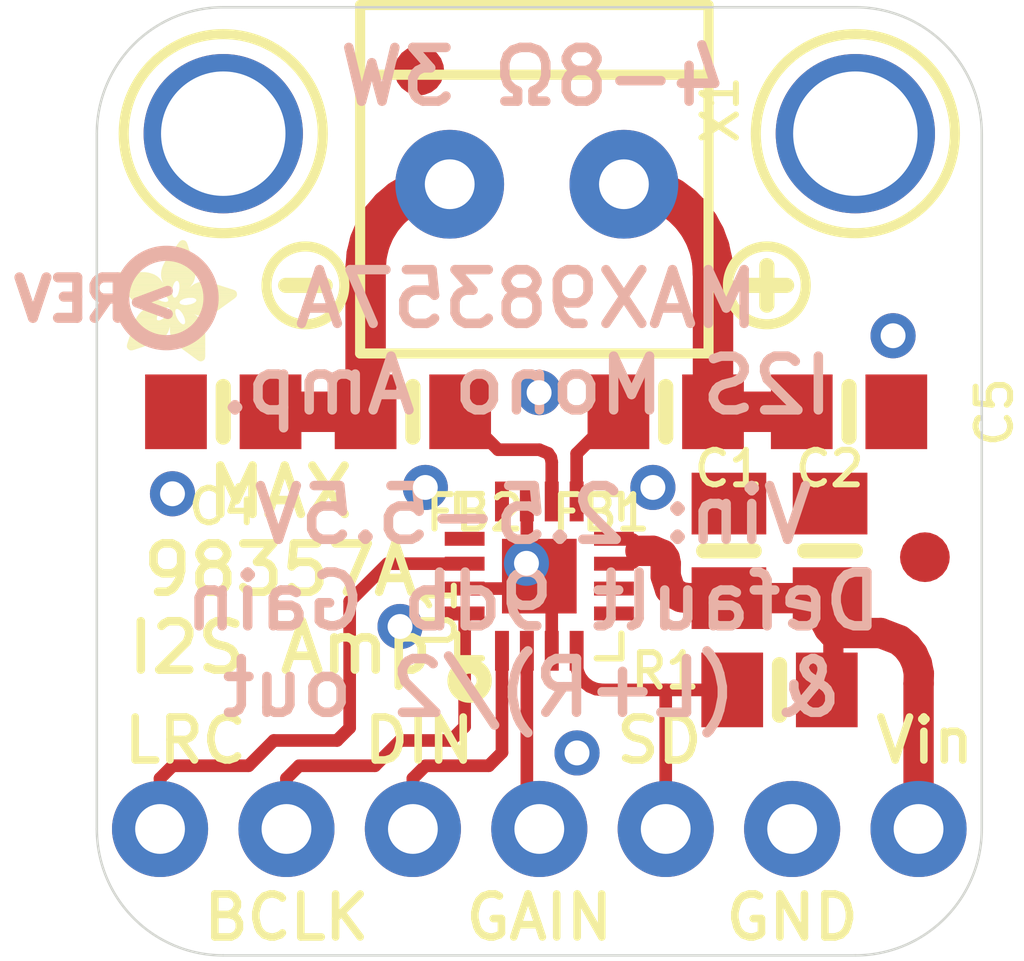
<source format=kicad_pcb>
(kicad_pcb (version 20211014) (generator pcbnew)
  (layers (0 "F.Cu" signal) (31 "B.Cu" signal) (34 "B.Paste" user) (35 "F.Paste" user) (36 "B.SilkS" user "B.Silkscreen") (37 "F.SilkS" user "F.Silkscreen") (38 "B.Mask" user) (39 "F.Mask" user) (44 "Edge.Cuts" user))
  (net 0 "")
  (net 1 "GND")
  (net 2 "VDD")
  (net 3 "SD_MODE")
  (net 4 "N$5")
  (net 5 "N$6")
  (net 6 "VO-")
  (net 7 "VO+")
  (net 8 "BCLK")
  (net 9 "LRCLK")
  (net 10 "DIN")
  (net 11 "GAIN")
  (footprint "Adafruit MAX98357 Breakout:0805-NO" (layer "F.Cu") (at 149.733 103.6066)
    (fp_text reference "C5" (at 2.921 0.762 90) (layer "F.SilkS") (effects (font (size 0.692831 0.692831) (thickness 0.119969)) (justify left)))
    (fp_text value "220pF")
    (pad "1" smd rect (at -0.95 0) (size 1.24 1.5) (layers "F.Cu" "F.Paste" "F.Mask") (net 7 "VO+"))
    (pad "2" smd rect (at 0.95 0) (size 1.24 1.5) (layers "F.Cu" "F.Paste" "F.Mask") (net 1 "GND"))
  )
  (footprint "Adafruit MAX98357 Breakout:QFN16_3MM" (layer "F.Cu") (at 143.51 106.9086 90)
    (fp_text reference "U1" (at -1.524 -2.032 90) (layer "F.SilkS") (effects (font (size 0.692831 0.692831) (thickness 0.119969)) (justify left)))
    (fp_text value "MAX98357A")
    (pad "1" smd rect (at -1.5 -0.75 90) (size 0.8 0.28) (layers "F.Cu" "F.Paste") (net 10 "DIN"))
    (pad "2" smd rect (at -1.5 -0.25 90) (size 0.8 0.28) (layers "F.Cu" "F.Paste") (net 11 "GAIN"))
    (pad "3" smd rect (at -1.5 0.25 90) (size 0.8 0.28) (layers "F.Cu" "F.Paste") (net 1 "GND"))
    (pad "4" smd rect (at -1.5 0.75 90) (size 0.8 0.28) (layers "F.Cu" "F.Paste") (net 3 "SD_MODE"))
    (pad "5" smd rect (at -0.75 1.5 180) (size 0.8 0.28) (layers "F.Cu" "F.Paste"))
    (pad "6" smd rect (at -0.25 1.5 180) (size 0.8 0.28) (layers "F.Cu" "F.Paste"))
    (pad "7" smd rect (at 0.25 1.5 180) (size 0.8 0.28) (layers "F.Cu" "F.Paste") (net 2 "VDD"))
    (pad "8" smd rect (at 0.75 1.5 180) (size 0.8 0.28) (layers "F.Cu" "F.Paste") (net 2 "VDD"))
    (pad "9" smd rect (at 1.5 0.75 270) (size 0.8 0.28) (layers "F.Cu" "F.Paste") (net 5 "N$6"))
    (pad "10" smd rect (at 1.5 0.25 270) (size 0.8 0.28) (layers "F.Cu" "F.Paste") (net 4 "N$5"))
    (pad "11" smd rect (at 1.5 -0.25 270) (size 0.8 0.28) (layers "F.Cu" "F.Paste") (net 1 "GND"))
    (pad "12" smd rect (at 1.5 -0.75 270) (size 0.8 0.28) (layers "F.Cu" "F.Paste"))
    (pad "13" smd rect (at 0.75 -1.5) (size 0.8 0.28) (layers "F.Cu" "F.Paste"))
    (pad "14" smd rect (at 0.25 -1.5) (size 0.8 0.28) (layers "F.Cu" "F.Paste") (net 9 "LRCLK"))
    (pad "15" smd rect (at -0.25 -1.5) (size 0.8 0.28) (layers "F.Cu" "F.Paste") (net 1 "GND"))
    (pad "16" smd rect (at -0.75 -1.5) (size 0.8 0.28) (layers "F.Cu" "F.Paste") (net 8 "BCLK"))
    (pad "THERMAL" smd rect (at 0 0 90) (size 1.5 1.5) (layers "F.Cu" "F.Mask") (net 1 "GND"))
  )
  (footprint "Adafruit MAX98357 Breakout:MOUNTINGHOLE_2.5_PLATED" (layer "F.Cu") (at 149.86 98.0186)
    (fp_text reference "U$9" hide)
    (fp_text value "MOUNTINGHOLE2.5" hide)
    (pad "P$1" thru_hole circle (at 0 0) (size 3.2 3.2) (drill 2.5) (layers *.Cu *.Mask))
  )
  (footprint "Adafruit MAX98357 Breakout:TERMBLOCK_1X2-3.5MM" (layer "F.Cu") (at 143.51 99.0346 180)
    (fp_text reference "X1" (at -3.636 2.238 90) (layer "F.SilkS") (effects (font (size 0.692831 0.692831) (thickness 0.119969)) (justify right)))
    (fp_text value "")
    (pad "1" thru_hole circle (at 1.8 0 180) (size 2.1844 2.1844) (drill 1) (layers *.Cu *.Mask) (net 6 "VO-"))
    (pad "2" thru_hole circle (at -1.7 0 180) (size 2.1844 2.1844) (drill 1) (layers *.Cu *.Mask) (net 7 "VO+"))
  )
  (footprint "Adafruit MAX98357 Breakout:0805-NO" (layer "F.Cu") (at 148.336 109.1946)
    (fp_text reference "R1" (at -3.048 -0.381) (layer "F.SilkS") (effects (font (size 0.692831 0.692831) (thickness 0.119969)) (justify left)))
    (fp_text value "1M")
    (pad "1" smd rect (at -0.95 0) (size 1.24 1.5) (layers "F.Cu" "F.Paste" "F.Mask") (net 3 "SD_MODE"))
    (pad "2" smd rect (at 0.95 0) (size 1.24 1.5) (layers "F.Cu" "F.Paste" "F.Mask") (net 2 "VDD"))
  )
  (footprint "Adafruit MAX98357 Breakout:0805-NO" (layer "F.Cu") (at 137.16 103.6066 180)
    (fp_text reference "C4" (at 0.762 -1.905) (layer "F.SilkS") (effects (font (size 0.692831 0.692831) (thickness 0.119969)) (justify left)))
    (fp_text value "220pF")
    (pad "1" smd rect (at -0.95 0 180) (size 1.24 1.5) (layers "F.Cu" "F.Paste" "F.Mask") (net 6 "VO-"))
    (pad "2" smd rect (at 0.95 0 180) (size 1.24 1.5) (layers "F.Cu" "F.Paste" "F.Mask") (net 1 "GND"))
  )
  (footprint "Adafruit MAX98357 Breakout:0805-NO" (layer "F.Cu") (at 146.05 103.6066)
    (fp_text reference "FB1" (at -2.3495 2.032) (layer "F.SilkS") (effects (font (size 0.692831 0.692831) (thickness 0.119969)) (justify left)))
    (fp_text value "Ferrite")
    (pad "1" smd rect (at -0.95 0) (size 1.24 1.5) (layers "F.Cu" "F.Paste" "F.Mask") (net 5 "N$6"))
    (pad "2" smd rect (at 0.95 0) (size 1.24 1.5) (layers "F.Cu" "F.Paste" "F.Mask") (net 7 "VO+"))
  )
  (footprint "Adafruit MAX98357 Breakout:SYMBOL_MINUS" (layer "F.Cu") (at 138.811 101.0666 180)
    (fp_text reference "U$11" hide)
    (fp_text value "" hide)
  )
  (footprint "Adafruit MAX98357 Breakout:0805-NO" (layer "F.Cu") (at 140.97 103.6066 180)
    (fp_text reference "FB2" (at -0.1905 -2.032) (layer "F.SilkS") (effects (font (size 0.692831 0.692831) (thickness 0.119969)) (justify left)))
    (fp_text value "Ferrite")
    (pad "1" smd rect (at -0.95 0 180) (size 1.24 1.5) (layers "F.Cu" "F.Paste" "F.Mask") (net 4 "N$5"))
    (pad "2" smd rect (at 0.95 0 180) (size 1.24 1.5) (layers "F.Cu" "F.Paste" "F.Mask") (net 6 "VO-"))
  )
  (footprint "Adafruit MAX98357 Breakout:0805-NO" (layer "F.Cu") (at 149.352 106.4006 90)
    (fp_text reference "C2" (at 1.651 -0.762) (layer "F.SilkS") (effects (font (size 0.692831 0.692831) (thickness 0.119969)) (justify left)))
    (fp_text value "10uF")
    (pad "1" smd rect (at -0.95 0 90) (size 1.24 1.5) (layers "F.Cu" "F.Paste" "F.Mask") (net 2 "VDD"))
    (pad "2" smd rect (at 0.95 0 90) (size 1.24 1.5) (layers "F.Cu" "F.Paste" "F.Mask") (net 1 "GND"))
  )
  (footprint "Adafruit MAX98357 Breakout:SYMBOL_PLUS" (layer "F.Cu") (at 148.082 101.0666)
    (fp_text reference "U$6" hide)
    (fp_text value "" hide)
  )
  (footprint "Adafruit MAX98357 Breakout:ADAFRUIT_2.5MM" (layer "F.Cu") (at 135.001 102.5906)
    (fp_text reference "U$14" hide)
    (fp_text value "" hide)
  )
  (footprint "Adafruit MAX98357 Breakout:1X07_ROUND_76" (layer "F.Cu") (at 143.51 111.9886 180)
    (fp_text reference "JP1" hide)
    (fp_text value "")
    (pad "1" thru_hole circle (at -7.62 0 270) (size 1.9304 1.9304) (drill 1) (layers *.Cu *.Mask) (net 2 "VDD"))
    (pad "2" thru_hole circle (at -5.08 0 270) (size 1.9304 1.9304) (drill 1) (layers *.Cu *.Mask) (net 1 "GND"))
    (pad "3" thru_hole circle (at -2.54 0 270) (size 1.9304 1.9304) (drill 1) (layers *.Cu *.Mask) (net 3 "SD_MODE"))
    (pad "4" thru_hole circle (at 0 0 270) (size 1.9304 1.9304) (drill 1) (layers *.Cu *.Mask) (net 11 "GAIN"))
    (pad "5" thru_hole circle (at 2.54 0 270) (size 1.9304 1.9304) (drill 1) (layers *.Cu *.Mask) (net 10 "DIN"))
    (pad "6" thru_hole circle (at 5.08 0 270) (size 1.9304 1.9304) (drill 1) (layers *.Cu *.Mask) (net 8 "BCLK"))
    (pad "7" thru_hole circle (at 7.62 0 270) (size 1.9304 1.9304) (drill 1) (layers *.Cu *.Mask) (net 9 "LRCLK"))
  )
  (footprint "Adafruit MAX98357 Breakout:MOUNTINGHOLE_2.5_PLATED" (layer "F.Cu") (at 137.16 98.0186)
    (fp_text reference "U$10" hide)
    (fp_text value "MOUNTINGHOLE2.5" hide)
    (pad "P$1" thru_hole circle (at 0 0) (size 3.2 3.2) (drill 2.5) (layers *.Cu *.Mask))
  )
  (footprint "Adafruit MAX98357 Breakout:FIDUCIAL_1MM" (layer "F.Cu") (at 141.097 96.7486)
    (fp_text reference "FID2" hide)
    (fp_text value "FIDUCIAL\"\"" hide)
    (pad "1" smd roundrect (at 0 0) (size 1 1) (layers "F.Cu" "F.Mask") (roundrect_rratio 0.5))
  )
  (footprint "Adafruit MAX98357 Breakout:FIDUCIAL_1MM" (layer "F.Cu") (at 151.257 106.5276)
    (fp_text reference "FID1" hide)
    (fp_text value "FIDUCIAL\"\"" hide)
    (pad "1" smd roundrect (at 0 0) (size 1 1) (layers "F.Cu" "F.Mask") (roundrect_rratio 0.5))
  )
  (footprint "Adafruit MAX98357 Breakout:0805-NO" (layer "F.Cu") (at 147.32 106.4006 90)
    (fp_text reference "C1" (at 1.651 -0.762) (layer "F.SilkS") (effects (font (size 0.692831 0.692831) (thickness 0.119969)) (justify left)))
    (fp_text value "0.1uF")
    (pad "1" smd rect (at -0.95 0 90) (size 1.24 1.5) (layers "F.Cu" "F.Paste" "F.Mask") (net 2 "VDD"))
    (pad "2" smd rect (at 0.95 0 90) (size 1.24 1.5) (layers "F.Cu" "F.Paste" "F.Mask") (net 1 "GND"))
  )
  (footprint "Adafruit MAX98357 Breakout:PCBFEAT-REV-040" (layer "B.Cu") (at 136.017 101.3206 180)
    (fp_text reference "U$15" hide)
    (fp_text value "" hide)
    (fp_text user ">REV" (at -0.3556 -0.508) (layer "B.SilkS") (effects (font (size 0.8128 0.8128) (thickness 0.2032)) (justify left bottom mirror)))
  )
  (gr_arc (start 134.62 98.0186) (mid 135.363949 96.222549) (end 137.16 95.4786) (layer "Edge.Cuts") (width 0.05))
  (gr_line (start 137.16 95.4786) (end 149.86 95.4786) (layer "Edge.Cuts") (width 0.05))
  (gr_line (start 152.4 98.0186) (end 152.4 111.9886) (layer "Edge.Cuts") (width 0.05))
  (gr_arc (start 152.4 111.9886) (mid 151.656051 113.784651) (end 149.86 114.5286) (layer "Edge.Cuts") (width 0.05))
  (gr_line (start 134.62 111.9886) (end 134.62 98.0186) (layer "Edge.Cuts") (width 0.05))
  (gr_line (start 149.86 114.5286) (end 137.16 114.5286) (layer "Edge.Cuts") (width 0.05))
  (gr_arc (start 149.86 95.4786) (mid 151.656051 96.222549) (end 152.4 98.0186) (layer "Edge.Cuts") (width 0.05))
  (gr_arc (start 137.16 114.5286) (mid 135.363949 113.784651) (end 134.62 111.9886) (layer "Edge.Cuts") (width 0.05))
  (gr_text "MAX98357A\nI2S Mono Amp." (at 143.256 102.2096) (layer "B.SilkS") (effects (font (size 1.0795 1.0795) (thickness 0.1905)) (justify mirror)))
  (gr_text "4-8Ω 3W" (at 143.383 96.8756) (layer "B.SilkS") (effects (font (size 1.0795 1.0795) (thickness 0.1905)) (justify mirror)))
  (gr_text "Vin: 2.5-5.5V\nDefault 9db Gain\n& (L+R)/2 out" (at 143.383 107.4166) (layer "B.SilkS") (effects (font (size 1.0795 1.0795) (thickness 0.1905)) (justify mirror)))
  (gr_text "DIN" (at 141.097 110.2106) (layer "F.SilkS") (effects (font (size 0.8636 0.8636) (thickness 0.1524))))
  (gr_text "GND" (at 148.59 113.7666) (layer "F.SilkS") (effects (font (size 0.8636 0.8636) (thickness 0.1524))))
  (gr_text "BCLK" (at 138.43 113.7666) (layer "F.SilkS") (effects (font (size 0.8636 0.8636) (thickness 0.1524))))
  (gr_text "GAIN" (at 143.51 113.7666) (layer "F.SilkS") (effects (font (size 0.8636 0.8636) (thickness 0.1524))))
  (gr_text "Vin" (at 151.257 110.2106) (layer "F.SilkS") (effects (font (size 0.8636 0.8636) (thickness 0.1524))))
  (gr_text "MAX\n98357A\nI2S Amp" (at 138.303 106.7816) (layer "F.SilkS") (effects (font (size 0.97155 0.97155) (thickness 0.17145))))
  (gr_text "SD" (at 145.923 110.2106) (layer "F.SilkS") (effects (font (size 0.8636 0.8636) (thickness 0.1524))))
  (gr_text "LRC" (at 136.398 110.2106) (layer "F.SilkS") (effects (font (size 0.8636 0.8636) (thickness 0.1524))))
  (segment (start 142.01 107.1586) (end 143.26 107.1586) (width 0.254) (layer "F.Cu") (net 1))
  (segment (start 143.686777 106.981823) (end 143.51 106.9086) (width 0.254) (layer "F.Cu") (net 1))
  (segment (start 143.76 107.1586) (end 143.74097 107.062929) (width 0.254) (layer "F.Cu") (net 1))
  (segment (start 143.74097 107.062929) (end 143.686777 106.981823) (width 0.254) (layer "F.Cu") (net 1))
  (segment (start 143.355671 107.13957) (end 143.436777 107.085377) (width 0.254) (layer "F.Cu") (net 1))
  (segment (start 143.333223 106.835377) (end 143.51 106.9086) (width 0.254) (layer "F.Cu") (net 1))
  (segment (start 143.76 108.4086) (end 143.76 107.1586) (width 0.254) (layer "F.Cu") (net 1))
  (segment (start 143.26 107.1586) (end 143.355671 107.13957) (width 0.254) (layer "F.Cu") (net 1))
  (segment (start 143.26 106.6586) (end 143.27903 106.754271) (width 0.254) (layer "F.Cu") (net 1))
  (segment (start 143.27903 106.754271) (end 143.333223 106.835377) (width 0.254) (layer "F.Cu") (net 1))
  (segment (start 143.26 107.1586) (end 143.26 107.1586) (width 0.254) (layer "F.Cu") (net 1))
  (segment (start 143.26 106.6586) (end 143.26 106.6586) (width 0.254) (layer "F.Cu") (net 1))
  (segment (start 143.76 107.1586) (end 143.76 107.1586) (width 0.254) (layer "F.Cu") (net 1))
  (segment (start 143.26 105.4086) (end 143.26 106.6586) (width 0.254) (layer "F.Cu") (net 1))
  (segment (start 143.436777 107.085377) (end 143.51 106.9086) (width 0.254) (layer "F.Cu") (net 1))
  (via (at 150.618 102.0786) (size 0.9064) (drill 0.5) (layers "F.Cu" "B.Cu") (net 1))
  (via (at 141.22 105.1266) (size 0.9064) (drill 0.5) (layers "F.Cu" "B.Cu") (net 1))
  (via (at 143.252 106.6506) (size 0.9064) (drill 0.5) (layers "F.Cu" "B.Cu") (net 1))
  (via (at 145.792 105.1266) (size 0.9064) (drill 0.5) (layers "F.Cu" "B.Cu") (net 1))
  (via (at 143.506 103.2216) (size 0.9064) (drill 0.5) (layers "F.Cu" "B.Cu") (net 1))
  (via (at 140.712 107.9206) (size 0.9064) (drill 0.5) (layers "F.Cu" "B.Cu") (net 1))
  (via (at 144.268 110.4606) (size 0.9064) (drill 0.5) (layers "F.Cu" "B.Cu") (net 1))
  (via (at 136.14 105.2536) (size 0.9064) (drill 0.5) (layers "F.Cu" "B.Cu") (net 1))
  (segment (start 151.015231 108.48561) (end 150.894575 108.324735) (width 0.6096) (layer "F.Cu") (net 2))
  (segment (start 149.352 107.3506) (end 147.32 107.3506) (width 0.6096) (layer "F.Cu") (net 2))
  (segment (start 146.232199 107.266186) (end 146.134414 107.168401) (width 0.6096) (layer "F.Cu") (net 2))
  (segment (start 149.418 108.0516) (end 149.418 109.5706) (width 0.4064) (layer "F.Cu") (net 2))
  (segment (start 150.741146 108.194742) (end 150.368 108.0516) (width 0.6096) (layer "F.Cu") (net 2))
  (segment (start 145.796 106.4006) (end 145.542 106.4006) (width 0.6096) (layer "F.Cu") (net 2))
  (segment (start 145.284 106.6586) (end 145.382732 106.638961) (width 0.254) (layer "F.Cu") (net 2))
  (segment (start 145.392609 106.177021) (end 145.47112 106.22948) (width 0.254) (layer "F.Cu") (net 2))
  (segment (start 149.418 108.0516) (end 149.418 108.0516) (width 0.6096) (layer "F.Cu") (net 2))
  (segment (start 149.239818 107.714769) (end 149.244629 107.584887) (width 0.6096) (layer "F.Cu") (net 2))
  (segment (start 151.13 109.0676) (end 151.135971 108.866595) (width 0.6096) (layer "F.Cu") (net 2))
  (segment (start 146.355414 107.328967) (end 146.232199 107.266186) (width 0.6096) (layer "F.Cu") (net 2))
  (segment (start 146.492 107.3506) (end 146.492 107.3506) (width 0.6096) (layer "F.Cu") (net 2))
  (segment (start 146.030665 106.557398) (end 145.975605 106.474995) (width 0.6096) (layer "F.Cu") (net 2))
  (segment (start 151.13 111.9886) (end 151.13 109.0676) (width 0.6096) (layer "F.Cu") (net 2))
  (segment (start 145.3 106.1586) (end 145.3 106.1586) (width 0.254) (layer "F.Cu") (net 2))
  (segment (start 145.284 106.6586) (end 145.284 106.6586) (width 0.254) (layer "F.Cu") (net 2))
  (segment (start 145.01 106.1586) (end 145.3 106.1586) (width 0.254) (layer "F.Cu") (net 2))
  (segment (start 149.418 109.5706) (end 149.330085 109.504578) (width 0.4064) (layer "F.Cu") (net 2))
  (segment (start 149.244629 107.584887) (end 149.282892 107.460676) (width 0.6096) (layer "F.Cu") (net 2))
  (segment (start 149.418 109.5706) (end 149.418 109.5706) (width 0.4064) (layer "F.Cu") (net 2))
  (segment (start 146.05 106.6546) (end 146.030665 106.557398) (width 0.6096) (layer "F.Cu") (net 2))
  (segment (start 149.329561 107.956358) (end 149.268787 107.841471) (width 0.6096) (layer "F.Cu") (net 2))
  (segment (start 145.47112 106.22948) (end 145.542 106.4006) (width 0.254) (layer "F.Cu") (net 2))
  (segment (start 151.135971 108.866595) (end 151.097065 108.6693) (width 0.6096) (layer "F.Cu") (net 2))
  (segment (start 150.894575 108.324735) (end 150.741146 108.194742) (width 0.6096) (layer "F.Cu") (net 2))
  (segment (start 146.134414 107.168401) (end 146.05 106.9086) (width 0.6096) (layer "F.Cu") (net 2))
  (segment (start 149.330085 109.504578) (end 149.274128 109.409938) (width 0.4064) (layer "F.Cu") (net 2))
  (segment (start 150.368 108.0516) (end 149.418 108.0516) (width 0.6096) (layer "F.Cu") (net 2))
  (segment (start 145.975605 106.474995) (end 145.796 106.4006) (width 0.6096) (layer "F.Cu") (net 2))
  (segment (start 149.274128 109.409938) (end 149.286 109.1946) (width 0.4064) (layer "F.Cu") (net 2))
  (segment (start 149.268787 107.841471) (end 149.239818 107.714769) (width 0.6096) (layer "F.Cu") (net 2))
  (segment (start 151.097065 108.6693) (end 151.015231 108.48561) (width 0.6096) (layer "F.Cu") (net 2))
  (segment (start 146.05 106.6546) (end 146.05 106.6546) (width 0.6096) (layer "F.Cu") (net 2))
  (segment (start 145.382732 106.638961) (end 145.466434 106.583034) (width 0.254) (layer "F.Cu") (net 2))
  (segment (start 151.13 109.0676) (end 151.13 109.0676) (width 0.6096) (layer "F.Cu") (net 2))
  (segment (start 146.05 106.9086) (end 146.05 106.6546) (width 0.6096) (layer "F.Cu") (net 2))
  (segment (start 145.466434 106.583034) (end 145.542 106.4006) (width 0.254) (layer "F.Cu") (net 2))
  (segment (start 149.282892 107.460676) (end 149.352 107.3506) (width 0.6096) (layer "F.Cu") (net 2))
  (segment (start 145.01 106.6586) (end 145.284 106.6586) (width 0.254) (layer "F.Cu") (net 2))
  (segment (start 147.32 107.3506) (end 146.492 107.3506) (width 0.6096) (layer "F.Cu") (net 2))
  (segment (start 149.418 108.0516) (end 149.329561 107.956358) (width 0.6096) (layer "F.Cu") (net 2))
  (segment (start 146.492 107.3506) (end 146.355414 107.328967) (width 0.6096) (layer "F.Cu") (net 2))
  (segment (start 145.3 106.1586) (end 145.392609 106.177021) (width 0.254) (layer "F.Cu") (net 2))
  (segment (start 144.78 109.1946) (end 146.05 109.1946) (width 0.254) (layer "F.Cu") (net 3))
  (segment (start 144.645414 109.176881) (end 144.78 109.1946) (width 0.254) (layer "F.Cu") (net 3))
  (segment (start 144.412304 109.042296) (end 144.52 109.124933) (width 0.254) (layer "F.Cu") (net 3))
  (segment (start 146.05 109.1946) (end 147.386 109.1946) (width 0.254) (layer "F.Cu") (net 3))
  (segment (start 144.52 109.124933) (end 144.645414 109.176881) (width 0.254) (layer "F.Cu") (net 3))
  (segment (start 144.26 108.6746) (end 144.26 108.6746) (width 0.254) (layer "F.Cu") (net 3))
  (segment (start 144.26 108.6746) (end 144.277719 108.809186) (width 0.254) (layer "F.Cu") (net 3))
  (segment (start 144.329667 108.9346) (end 144.412304 109.042296) (width 0.254) (layer "F.Cu") (net 3))
  (segment (start 146.05 111.9886) (end 146.05 109.1946) (width 0.254) (layer "F.Cu") (net 3))
  (segment (start 144.277719 108.809186) (end 144.329667 108.9346) (width 0.254) (layer "F.Cu") (net 3))
  (segment (start 144.26 108.4086) (end 144.26 108.6746) (width 0.254) (layer "F.Cu") (net 3))
  (segment (start 143.76 104.6186) (end 143.76 104.6186) (width 0.254) (layer "F.Cu") (net 4))
  (segment (start 143.686777 104.441823) (end 143.51 104.3686) (width 0.254) (layer "F.Cu") (net 4))
  (segment (start 143.74097 104.522929) (end 143.686777 104.441823) (width 0.254) (layer "F.Cu") (net 4))
  (segment (start 143.76 104.6186) (end 143.74097 104.522929) (width 0.254) (layer "F.Cu") (net 4))
  (segment (start 142.682 104.3686) (end 141.92 103.6066) (width 0.254) (layer "F.Cu") (net 4))
  (segment (start 143.76 105.4086) (end 143.76 104.6186) (width 0.254) (layer "F.Cu") (net 4))
  (segment (start 143.51 104.3686) (end 142.682 104.3686) (width 0.254) (layer "F.Cu") (net 4))
  (segment (start 144.26 105.4086) (end 144.26 104.4466) (width 0.254) (layer "F.Cu") (net 5))
  (segment (start 144.26 104.4466) (end 145.1 103.6066) (width 0.254) (layer "F.Cu") (net 5))
  (segment (start 140.02 100.7246) (end 140.040807 100.460226) (width 0.8128) (layer "F.Cu") (net 6))
  (segment (start 140.342761 99.731243) (end 140.51499 99.52959) (width 0.8128) (layer "F.Cu") (net 6))
  (segment (start 140.040807 100.460226) (end 140.102714 100.202361) (width 0.8128) (layer "F.Cu") (net 6))
  (segment (start 141.187761 99.117314) (end 141.71 99.0346) (width 0.8128) (layer "F.Cu") (net 6))
  (segment (start 140.204199 99.957356) (end 140.342761 99.731243) (width 0.8128) (layer "F.Cu") (net 6))
  (segment (start 140.942756 99.218799) (end 141.187761 99.117314) (width 0.8128) (layer "F.Cu") (net 6))
  (segment (start 140.716643 99.357361) (end 140.942756 99.218799) (width 0.8128) (layer "F.Cu") (net 6))
  (segment (start 140.51499 99.52959) (end 140.716643 99.357361) (width 0.8128) (layer "F.Cu") (net 6))
  (segment (start 140.02 103.6066) (end 138.11 103.6066) (width 0.8128) (layer "F.Cu") (net 6))
  (segment (start 140.02 103.6066) (end 140.02 100.7246) (width 0.8128) (layer "F.Cu") (net 6))
  (segment (start 140.02 100.7246) (end 140.02 100.7246) (width 0.8128) (layer "F.Cu") (net 6))
  (segment (start 140.102714 100.202361) (end 140.204199 99.957356) (width 0.8128) (layer "F.Cu") (net 6))
  (segment (start 146.382201 99.471808) (end 146.177747 99.318756) (width 0.8128) (layer "F.Cu") (net 7))
  (segment (start 145.464744 99.05282) (end 145.21 99.0346) (width 0.8128) (layer "F.Cu") (net 7))
  (segment (start 147 100.8246) (end 147 100.8246) (width 0.8128) (layer "F.Cu") (net 7))
  (segment (start 146.177747 99.318756) (end 145.953593 99.196359) (width 0.8128) (layer "F.Cu") (net 7))
  (segment (start 145.714301 99.107108) (end 145.464744 99.05282) (width 0.8128) (layer "F.Cu") (net 7))
  (segment (start 146.715844 99.856853) (end 146.562792 99.652399) (width 0.8128) (layer "F.Cu") (net 7))
  (segment (start 147 100.8246) (end 146.98178 100.569856) (width 0.8128) (layer "F.Cu") (net 7))
  (segment (start 146.838241 100.081007) (end 146.715844 99.856853) (width 0.8128) (layer "F.Cu") (net 7))
  (segment (start 147 103.6066) (end 147 100.8246) (width 0.8128) (layer "F.Cu") (net 7))
  (segment (start 146.927492 100.320299) (end 146.838241 100.081007) (width 0.8128) (layer "F.Cu") (net 7))
  (segment (start 146.98178 100.569856) (end 146.927492 100.320299) (width 0.8128) (layer "F.Cu") (net 7))
  (segment (start 148.783 103.6066) (end 147 103.6066) (width 0.8128) (layer "F.Cu") (net 7))
  (segment (start 145.953593 99.196359) (end 145.714301 99.107108) (width 0.8128) (layer "F.Cu") (net 7))
  (segment (start 146.562792 99.652399) (end 146.382201 99.471808) (width 0.8128) (layer "F.Cu") (net 7))
  (segment (start 142.01 107.6586) (end 142.01 109.9326) (width 0.254) (layer "F.Cu") (net 8))
  (segment (start 138.684 110.7186) (end 138.43 110.9726) (width 0.254) (layer "F.Cu") (net 8))
  (segment (start 141.732 110.2106) (end 140.716 110.2106) (width 0.254) (layer "F.Cu") (net 8))
  (segment (start 142.01 109.9326) (end 141.732 110.2106) (width 0.254) (layer "F.Cu") (net 8))
  (segment (start 138.43 110.9726) (end 138.43 111.9886) (width 0.254) (layer "F.Cu") (net 8))
  (segment (start 140.716 110.2106) (end 140.208 110.7186) (width 0.254) (layer "F.Cu") (net 8))
  (segment (start 140.208 110.7186) (end 138.684 110.7186) (width 0.254) (layer "F.Cu") (net 8))
  (segment (start 135.89 110.9726) (end 135.89 111.9886) (width 0.254) (layer "F.Cu") (net 9))
  (segment (start 139.446 110.2106) (end 138.176 110.2106) (width 0.254) (layer "F.Cu") (net 9))
  (segment (start 140.458 106.6586) (end 139.7 107.4166) (width 0.254) (layer "F.Cu") (net 9))
  (segment (start 139.7 107.4166) (end 139.7 109.9566) (width 0.254) (layer "F.Cu") (net 9))
  (segment (start 136.144 110.7186) (end 135.89 110.9726) (width 0.254) (layer "F.Cu") (net 9))
  (segment (start 139.7 109.9566) (end 139.446 110.2106) (width 0.254) (layer "F.Cu") (net 9))
  (segment (start 137.668 110.7186) (end 136.144 110.7186) (width 0.254) (layer "F.Cu") (net 9))
  (segment (start 138.176 110.2106) (end 137.668 110.7186) (width 0.254) (layer "F.Cu") (net 9))
  (segment (start 142.01 106.6586) (end 140.458 106.6586) (width 0.254) (layer "F.Cu") (net 9))
  (segment (start 141.224 110.7186) (end 140.97 110.9726) (width 0.254) (layer "F.Cu") (net 10))
  (segment (start 142.76 110.4526) (end 142.494 110.7186) (width 0.254) (layer "F.Cu") (net 10))
  (segment (start 140.97 110.9726) (end 140.97 111.9886) (width 0.254) (layer "F.Cu") (net 10))
  (segment (start 142.494 110.7186) (end 141.224 110.7186) (width 0.254) (layer "F.Cu") (net 10))
  (segment (start 142.76 108.4086) (end 142.76 110.4526) (width 0.254) (layer "F.Cu") (net 10))
  (segment (start 143.333223 111.915377) (end 143.51 111.9886) (width 0.254) (layer "F.Cu") (net 11))
  (segment (start 143.26 108.4086) (end 143.26 111.7386) (width 0.254) (layer "F.Cu") (net 11))
  (segment (start 143.26 111.7386) (end 143.26 111.7386) (width 0.254) (layer "F.Cu") (net 11))
  (segment (start 143.27903 111.834271) (end 143.333223 111.915377) (width 0.254) (layer "F.Cu") (net 11))
  (segment (start 143.26 111.7386) (end 143.27903 111.834271) (width 0.254) (layer "F.Cu") (net 11))
)
</source>
